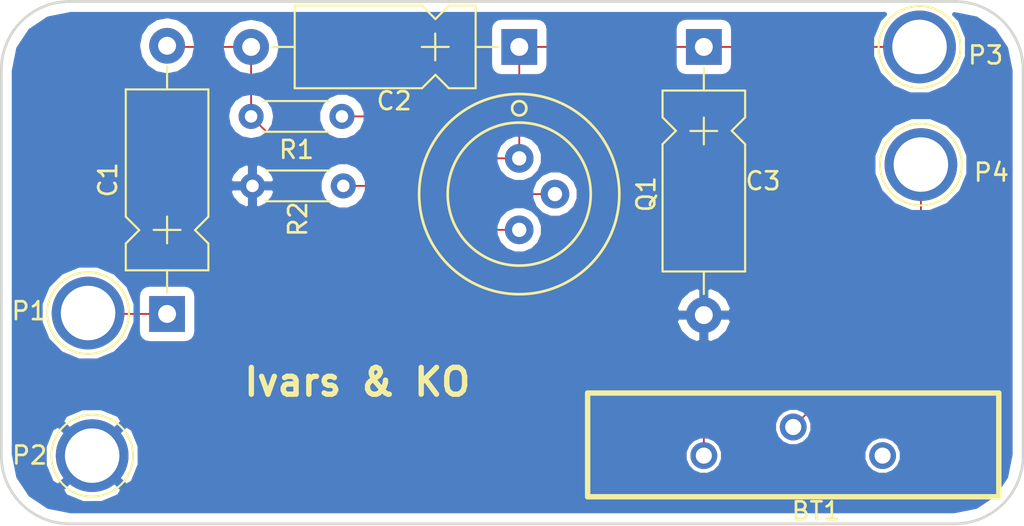
<source format=kicad_pcb>
(kicad_pcb (version 4) (host pcbnew 4.0.5)

  (general
    (links 13)
    (no_connects 0)
    (area 190.424999 97.554999 247.725001 128.025)
    (thickness 1.6)
    (drawings 10)
    (tracks 30)
    (zones 0)
    (modules 11)
    (nets 7)
  )

  (page A4)
  (title_block
    (title single_transistor_Amp)
    (date 11.05.2017)
    (rev v.1)
    (company Augstskola)
    (comment 1 Autors)
    (comment 2 "Ivars Trubņikovs")
  )

  (layers
    (0 F.Cu signal)
    (31 B.Cu signal)
    (33 F.Adhes user)
    (35 F.Paste user)
    (37 F.SilkS user)
    (39 F.Mask user)
    (40 Dwgs.User user)
    (41 Cmts.User user)
    (42 Eco1.User user)
    (43 Eco2.User user)
    (44 Edge.Cuts user)
    (45 Margin user)
    (47 F.CrtYd user hide)
    (49 F.Fab user hide)
  )

  (setup
    (last_trace_width 0.1)
    (trace_clearance 0.15)
    (zone_clearance 0.508)
    (zone_45_only no)
    (trace_min 0.01)
    (segment_width 0.2)
    (edge_width 0.15)
    (via_size 1.4)
    (via_drill 0.2)
    (via_min_size 0.2)
    (via_min_drill 0.2)
    (uvia_size 0.3)
    (uvia_drill 0.2)
    (uvias_allowed no)
    (uvia_min_size 0.1)
    (uvia_min_drill 0.1)
    (pcb_text_width 0.3)
    (pcb_text_size 1.5 1.5)
    (mod_edge_width 0.15)
    (mod_text_size 1 1)
    (mod_text_width 0.15)
    (pad_size 1.6 1.6)
    (pad_drill 0.8)
    (pad_to_mask_clearance 0.2)
    (aux_axis_origin 0 0)
    (visible_elements 7FFEEFFF)
    (pcbplotparams
      (layerselection 0x01020_80000001)
      (usegerberextensions false)
      (excludeedgelayer true)
      (linewidth 0.100000)
      (plotframeref false)
      (viasonmask false)
      (mode 1)
      (useauxorigin false)
      (hpglpennumber 1)
      (hpglpenspeed 20)
      (hpglpendiameter 15)
      (hpglpenoverlay 2)
      (psnegative false)
      (psa4output false)
      (plotreference true)
      (plotvalue false)
      (plotinvisibletext false)
      (padsonsilk false)
      (subtractmaskfromsilk false)
      (outputformat 1)
      (mirror false)
      (drillshape 0)
      (scaleselection 1)
      (outputdirectory ""))
  )

  (net 0 "")
  (net 1 "Net-(C1-Pad1)")
  (net 2 "Net-(C1-Pad2)")
  (net 3 "Net-(C2-Pad1)")
  (net 4 "Net-(BT1-Pad2)")
  (net 5 "Net-(BT1-Pad1)")
  (net 6 "Net-(Q1-Pad3)")

  (net_class Default "This is the default net class."
    (clearance 0.15)
    (trace_width 0.1)
    (via_dia 1.4)
    (via_drill 0.2)
    (uvia_dia 0.3)
    (uvia_drill 0.2)
    (add_net "Net-(C1-Pad1)")
    (add_net "Net-(C1-Pad2)")
    (add_net "Net-(C2-Pad1)")
    (add_net "Net-(Q1-Pad3)")
  )

  (net_class Power ""
    (clearance 0.15)
    (trace_width 0.1)
    (via_dia 1.5)
    (via_drill 0.2)
    (uvia_dia 0.3)
    (uvia_drill 0.2)
    (add_net "Net-(BT1-Pad1)")
    (add_net "Net-(BT1-Pad2)")
  )

  (module Capacitors_THT:CP_Axial_L10.0mm_D4.5mm_P15.00mm_Horizontal (layer F.Cu) (tedit 58765D07) (tstamp 591436EA)
    (at 199.771 115.2652 90)
    (descr "CP, Axial series, Axial, Horizontal, pin pitch=15mm, , length*diameter=10*4.5mm^2, Electrolytic Capacitor, , http://www.vishay.com/docs/28325/021asm.pdf")
    (tags "CP Axial series Axial Horizontal pin pitch 15mm  length 10mm diameter 4.5mm Electrolytic Capacitor")
    (path /58D3979A)
    (fp_text reference C1 (at 7.5 -3.31 90) (layer F.SilkS)
      (effects (font (size 1 1) (thickness 0.15)))
    )
    (fp_text value 1uF (at 7.5 3.31 90) (layer F.Fab)
      (effects (font (size 1 1) (thickness 0.15)))
    )
    (fp_line (start 2.5 -2.25) (end 2.5 2.25) (layer F.Fab) (width 0.1))
    (fp_line (start 12.5 -2.25) (end 12.5 2.25) (layer F.Fab) (width 0.1))
    (fp_line (start 2.5 -2.25) (end 3.94 -2.25) (layer F.Fab) (width 0.1))
    (fp_line (start 3.94 -2.25) (end 4.69 -1.5) (layer F.Fab) (width 0.1))
    (fp_line (start 4.69 -1.5) (end 5.44 -2.25) (layer F.Fab) (width 0.1))
    (fp_line (start 5.44 -2.25) (end 12.5 -2.25) (layer F.Fab) (width 0.1))
    (fp_line (start 2.5 2.25) (end 3.94 2.25) (layer F.Fab) (width 0.1))
    (fp_line (start 3.94 2.25) (end 4.69 1.5) (layer F.Fab) (width 0.1))
    (fp_line (start 4.69 1.5) (end 5.44 2.25) (layer F.Fab) (width 0.1))
    (fp_line (start 5.44 2.25) (end 12.5 2.25) (layer F.Fab) (width 0.1))
    (fp_line (start 0 0) (end 2.5 0) (layer F.Fab) (width 0.1))
    (fp_line (start 15 0) (end 12.5 0) (layer F.Fab) (width 0.1))
    (fp_line (start 3.95 0) (end 5.45 0) (layer F.Fab) (width 0.1))
    (fp_line (start 4.7 -0.75) (end 4.7 0.75) (layer F.Fab) (width 0.1))
    (fp_line (start 3.95 0) (end 5.45 0) (layer F.SilkS) (width 0.12))
    (fp_line (start 4.7 -0.75) (end 4.7 0.75) (layer F.SilkS) (width 0.12))
    (fp_line (start 2.44 -2.31) (end 2.44 2.31) (layer F.SilkS) (width 0.12))
    (fp_line (start 12.56 -2.31) (end 12.56 2.31) (layer F.SilkS) (width 0.12))
    (fp_line (start 2.44 -2.31) (end 3.94 -2.31) (layer F.SilkS) (width 0.12))
    (fp_line (start 3.94 -2.31) (end 4.69 -1.56) (layer F.SilkS) (width 0.12))
    (fp_line (start 4.69 -1.56) (end 5.44 -2.31) (layer F.SilkS) (width 0.12))
    (fp_line (start 5.44 -2.31) (end 12.56 -2.31) (layer F.SilkS) (width 0.12))
    (fp_line (start 2.44 2.31) (end 3.94 2.31) (layer F.SilkS) (width 0.12))
    (fp_line (start 3.94 2.31) (end 4.69 1.56) (layer F.SilkS) (width 0.12))
    (fp_line (start 4.69 1.56) (end 5.44 2.31) (layer F.SilkS) (width 0.12))
    (fp_line (start 5.44 2.31) (end 12.56 2.31) (layer F.SilkS) (width 0.12))
    (fp_line (start 1.18 0) (end 2.44 0) (layer F.SilkS) (width 0.12))
    (fp_line (start 13.82 0) (end 12.56 0) (layer F.SilkS) (width 0.12))
    (fp_line (start -1.25 -2.6) (end -1.25 2.6) (layer F.CrtYd) (width 0.05))
    (fp_line (start -1.25 2.6) (end 16.25 2.6) (layer F.CrtYd) (width 0.05))
    (fp_line (start 16.25 2.6) (end 16.25 -2.6) (layer F.CrtYd) (width 0.05))
    (fp_line (start 16.25 -2.6) (end -1.25 -2.6) (layer F.CrtYd) (width 0.05))
    (pad 1 thru_hole rect (at 0 0 90) (size 2 2) (drill 1) (layers *.Cu *.Mask)
      (net 1 "Net-(C1-Pad1)"))
    (pad 2 thru_hole oval (at 15 0 90) (size 2 2) (drill 1) (layers *.Cu *.Mask)
      (net 2 "Net-(C1-Pad2)"))
    (model Capacitors_THT.3dshapes/CP_Axial_L10.0mm_D4.5mm_P15.00mm_Horizontal.wrl
      (at (xyz 0 0 0))
      (scale (xyz 0.393701 0.393701 0.393701))
      (rotate (xyz 0 0 0))
    )
  )

  (module Capacitors_THT:CP_Axial_L10.0mm_D4.5mm_P15.00mm_Horizontal (layer F.Cu) (tedit 58765D07) (tstamp 59143710)
    (at 219.47 100.33 180)
    (descr "CP, Axial series, Axial, Horizontal, pin pitch=15mm, , length*diameter=10*4.5mm^2, Electrolytic Capacitor, , http://www.vishay.com/docs/28325/021asm.pdf")
    (tags "CP Axial series Axial Horizontal pin pitch 15mm  length 10mm diameter 4.5mm Electrolytic Capacitor")
    (path /58D396B4)
    (fp_text reference C2 (at 6.999 -3.0226 180) (layer F.SilkS)
      (effects (font (size 1 1) (thickness 0.15)))
    )
    (fp_text value "4.7 nF" (at 8.65 1.27 180) (layer F.Fab)
      (effects (font (size 1 1) (thickness 0.15)))
    )
    (fp_line (start 2.5 -2.25) (end 2.5 2.25) (layer F.Fab) (width 0.1))
    (fp_line (start 12.5 -2.25) (end 12.5 2.25) (layer F.Fab) (width 0.1))
    (fp_line (start 2.5 -2.25) (end 3.94 -2.25) (layer F.Fab) (width 0.1))
    (fp_line (start 3.94 -2.25) (end 4.69 -1.5) (layer F.Fab) (width 0.1))
    (fp_line (start 4.69 -1.5) (end 5.44 -2.25) (layer F.Fab) (width 0.1))
    (fp_line (start 5.44 -2.25) (end 12.5 -2.25) (layer F.Fab) (width 0.1))
    (fp_line (start 2.5 2.25) (end 3.94 2.25) (layer F.Fab) (width 0.1))
    (fp_line (start 3.94 2.25) (end 4.69 1.5) (layer F.Fab) (width 0.1))
    (fp_line (start 4.69 1.5) (end 5.44 2.25) (layer F.Fab) (width 0.1))
    (fp_line (start 5.44 2.25) (end 12.5 2.25) (layer F.Fab) (width 0.1))
    (fp_line (start 0 0) (end 2.5 0) (layer F.Fab) (width 0.1))
    (fp_line (start 15 0) (end 12.5 0) (layer F.Fab) (width 0.1))
    (fp_line (start 3.95 0) (end 5.45 0) (layer F.Fab) (width 0.1))
    (fp_line (start 4.7 -0.75) (end 4.7 0.75) (layer F.Fab) (width 0.1))
    (fp_line (start 3.95 0) (end 5.45 0) (layer F.SilkS) (width 0.12))
    (fp_line (start 4.7 -0.75) (end 4.7 0.75) (layer F.SilkS) (width 0.12))
    (fp_line (start 2.44 -2.31) (end 2.44 2.31) (layer F.SilkS) (width 0.12))
    (fp_line (start 12.56 -2.31) (end 12.56 2.31) (layer F.SilkS) (width 0.12))
    (fp_line (start 2.44 -2.31) (end 3.94 -2.31) (layer F.SilkS) (width 0.12))
    (fp_line (start 3.94 -2.31) (end 4.69 -1.56) (layer F.SilkS) (width 0.12))
    (fp_line (start 4.69 -1.56) (end 5.44 -2.31) (layer F.SilkS) (width 0.12))
    (fp_line (start 5.44 -2.31) (end 12.56 -2.31) (layer F.SilkS) (width 0.12))
    (fp_line (start 2.44 2.31) (end 3.94 2.31) (layer F.SilkS) (width 0.12))
    (fp_line (start 3.94 2.31) (end 4.69 1.56) (layer F.SilkS) (width 0.12))
    (fp_line (start 4.69 1.56) (end 5.44 2.31) (layer F.SilkS) (width 0.12))
    (fp_line (start 5.44 2.31) (end 12.56 2.31) (layer F.SilkS) (width 0.12))
    (fp_line (start 1.18 0) (end 2.44 0) (layer F.SilkS) (width 0.12))
    (fp_line (start 13.82 0) (end 12.56 0) (layer F.SilkS) (width 0.12))
    (fp_line (start -1.25 -2.6) (end -1.25 2.6) (layer F.CrtYd) (width 0.05))
    (fp_line (start -1.25 2.6) (end 16.25 2.6) (layer F.CrtYd) (width 0.05))
    (fp_line (start 16.25 2.6) (end 16.25 -2.6) (layer F.CrtYd) (width 0.05))
    (fp_line (start 16.25 -2.6) (end -1.25 -2.6) (layer F.CrtYd) (width 0.05))
    (pad 1 thru_hole rect (at 0 0 180) (size 2 2) (drill 1) (layers *.Cu *.Mask)
      (net 3 "Net-(C2-Pad1)"))
    (pad 2 thru_hole oval (at 15 0 180) (size 2 2) (drill 1) (layers *.Cu *.Mask)
      (net 2 "Net-(C1-Pad2)"))
    (model Capacitors_THT.3dshapes/CP_Axial_L10.0mm_D4.5mm_P15.00mm_Horizontal.wrl
      (at (xyz 0 0 0))
      (scale (xyz 0.393701 0.393701 0.393701))
      (rotate (xyz 0 0 0))
    )
  )

  (module Capacitors_THT:CP_Axial_L10.0mm_D4.5mm_P15.00mm_Horizontal (layer F.Cu) (tedit 58765D07) (tstamp 59143736)
    (at 229.7938 100.33 270)
    (descr "CP, Axial series, Axial, Horizontal, pin pitch=15mm, , length*diameter=10*4.5mm^2, Electrolytic Capacitor, , http://www.vishay.com/docs/28325/021asm.pdf")
    (tags "CP Axial series Axial Horizontal pin pitch 15mm  length 10mm diameter 4.5mm Electrolytic Capacitor")
    (path /58D39675)
    (fp_text reference C3 (at 7.5 -3.31 360) (layer F.SilkS)
      (effects (font (size 1 1) (thickness 0.15)))
    )
    (fp_text value 10nF (at 7.5 3.31 270) (layer F.Fab)
      (effects (font (size 1 1) (thickness 0.15)))
    )
    (fp_line (start 2.5 -2.25) (end 2.5 2.25) (layer F.Fab) (width 0.1))
    (fp_line (start 12.5 -2.25) (end 12.5 2.25) (layer F.Fab) (width 0.1))
    (fp_line (start 2.5 -2.25) (end 3.94 -2.25) (layer F.Fab) (width 0.1))
    (fp_line (start 3.94 -2.25) (end 4.69 -1.5) (layer F.Fab) (width 0.1))
    (fp_line (start 4.69 -1.5) (end 5.44 -2.25) (layer F.Fab) (width 0.1))
    (fp_line (start 5.44 -2.25) (end 12.5 -2.25) (layer F.Fab) (width 0.1))
    (fp_line (start 2.5 2.25) (end 3.94 2.25) (layer F.Fab) (width 0.1))
    (fp_line (start 3.94 2.25) (end 4.69 1.5) (layer F.Fab) (width 0.1))
    (fp_line (start 4.69 1.5) (end 5.44 2.25) (layer F.Fab) (width 0.1))
    (fp_line (start 5.44 2.25) (end 12.5 2.25) (layer F.Fab) (width 0.1))
    (fp_line (start 0 0) (end 2.5 0) (layer F.Fab) (width 0.1))
    (fp_line (start 15 0) (end 12.5 0) (layer F.Fab) (width 0.1))
    (fp_line (start 3.95 0) (end 5.45 0) (layer F.Fab) (width 0.1))
    (fp_line (start 4.7 -0.75) (end 4.7 0.75) (layer F.Fab) (width 0.1))
    (fp_line (start 3.95 0) (end 5.45 0) (layer F.SilkS) (width 0.12))
    (fp_line (start 4.7 -0.75) (end 4.7 0.75) (layer F.SilkS) (width 0.12))
    (fp_line (start 2.44 -2.31) (end 2.44 2.31) (layer F.SilkS) (width 0.12))
    (fp_line (start 12.56 -2.31) (end 12.56 2.31) (layer F.SilkS) (width 0.12))
    (fp_line (start 2.44 -2.31) (end 3.94 -2.31) (layer F.SilkS) (width 0.12))
    (fp_line (start 3.94 -2.31) (end 4.69 -1.56) (layer F.SilkS) (width 0.12))
    (fp_line (start 4.69 -1.56) (end 5.44 -2.31) (layer F.SilkS) (width 0.12))
    (fp_line (start 5.44 -2.31) (end 12.56 -2.31) (layer F.SilkS) (width 0.12))
    (fp_line (start 2.44 2.31) (end 3.94 2.31) (layer F.SilkS) (width 0.12))
    (fp_line (start 3.94 2.31) (end 4.69 1.56) (layer F.SilkS) (width 0.12))
    (fp_line (start 4.69 1.56) (end 5.44 2.31) (layer F.SilkS) (width 0.12))
    (fp_line (start 5.44 2.31) (end 12.56 2.31) (layer F.SilkS) (width 0.12))
    (fp_line (start 1.18 0) (end 2.44 0) (layer F.SilkS) (width 0.12))
    (fp_line (start 13.82 0) (end 12.56 0) (layer F.SilkS) (width 0.12))
    (fp_line (start -1.25 -2.6) (end -1.25 2.6) (layer F.CrtYd) (width 0.05))
    (fp_line (start -1.25 2.6) (end 16.25 2.6) (layer F.CrtYd) (width 0.05))
    (fp_line (start 16.25 2.6) (end 16.25 -2.6) (layer F.CrtYd) (width 0.05))
    (fp_line (start 16.25 -2.6) (end -1.25 -2.6) (layer F.CrtYd) (width 0.05))
    (pad 1 thru_hole rect (at 0 0 270) (size 2 2) (drill 1) (layers *.Cu *.Mask)
      (net 3 "Net-(C2-Pad1)"))
    (pad 2 thru_hole oval (at 15 0 270) (size 2 2) (drill 1) (layers *.Cu *.Mask)
      (net 4 "Net-(BT1-Pad2)"))
    (model Capacitors_THT.3dshapes/CP_Axial_L10.0mm_D4.5mm_P15.00mm_Horizontal.wrl
      (at (xyz 0 0 0))
      (scale (xyz 0.393701 0.393701 0.393701))
      (rotate (xyz 0 0 0))
    )
  )

  (module Connectors:1pin (layer F.Cu) (tedit 59143FFB) (tstamp 5914373E)
    (at 195.3514 115.2144)
    (descr "module 1 pin (ou trou mecanique de percage)")
    (tags DEV)
    (path /58D3A177)
    (fp_text reference P1 (at -3.29692 -0.11684) (layer F.SilkS)
      (effects (font (size 1 1) (thickness 0.15)))
    )
    (fp_text value CONN_01X01 (at 8.89 0) (layer F.Fab)
      (effects (font (size 1 1) (thickness 0.15)))
    )
    (fp_circle (center 0 0) (end 2 0.8) (layer F.Fab) (width 0.1))
    (fp_circle (center 0 0) (end 2.6 0) (layer F.CrtYd) (width 0.05))
    (fp_circle (center 0 0) (end 0 -2.286) (layer F.SilkS) (width 0.12))
    (pad 1 thru_hole circle (at 0 0) (size 4.064 4.064) (drill 3.048) (layers *.Cu *.Mask)
      (net 1 "Net-(C1-Pad1)"))
  )

  (module Connectors:1pin (layer F.Cu) (tedit 59143FFF) (tstamp 59143746)
    (at 195.58 123.19)
    (descr "module 1 pin (ou trou mecanique de percage)")
    (tags DEV)
    (path /58D3A252)
    (fp_text reference P2 (at -3.50012 -0.01778) (layer F.SilkS)
      (effects (font (size 1 1) (thickness 0.15)))
    )
    (fp_text value CONN_01X01 (at 0 3) (layer F.Fab)
      (effects (font (size 1 1) (thickness 0.15)))
    )
    (fp_circle (center 0 0) (end 2 0.8) (layer F.Fab) (width 0.1))
    (fp_circle (center 0 0) (end 2.6 0) (layer F.CrtYd) (width 0.05))
    (fp_circle (center 0 0) (end 0 -2.286) (layer F.SilkS) (width 0.12))
    (pad 1 thru_hole circle (at 0 0) (size 4.064 4.064) (drill 3.048) (layers *.Cu *.Mask)
      (net 4 "Net-(BT1-Pad2)"))
  )

  (module Connectors:1pin (layer F.Cu) (tedit 5861332C) (tstamp 5914374E)
    (at 241.8588 100.33)
    (descr "module 1 pin (ou trou mecanique de percage)")
    (tags DEV)
    (path /58D3A08F)
    (fp_text reference P3 (at 3.69824 0.46482) (layer F.SilkS)
      (effects (font (size 1 1) (thickness 0.15)))
    )
    (fp_text value CONN_01X01 (at 0 3) (layer F.Fab)
      (effects (font (size 1 1) (thickness 0.15)))
    )
    (fp_circle (center 0 0) (end 2 0.8) (layer F.Fab) (width 0.1))
    (fp_circle (center 0 0) (end 2.6 0) (layer F.CrtYd) (width 0.05))
    (fp_circle (center 0 0) (end 0 -2.286) (layer F.SilkS) (width 0.12))
    (pad 1 thru_hole circle (at 0 0) (size 4.064 4.064) (drill 3.048) (layers *.Cu *.Mask)
      (net 3 "Net-(C2-Pad1)"))
  )

  (module Connectors:1pin (layer F.Cu) (tedit 5861332C) (tstamp 59143756)
    (at 241.935 106.9086)
    (descr "module 1 pin (ou trou mecanique de percage)")
    (tags DEV)
    (path /58D3A102)
    (fp_text reference P4 (at 3.94462 0.44196) (layer F.SilkS)
      (effects (font (size 1 1) (thickness 0.15)))
    )
    (fp_text value CONN_01X01 (at 0 3) (layer F.Fab)
      (effects (font (size 1 1) (thickness 0.15)))
    )
    (fp_circle (center 0 0) (end 2 0.8) (layer F.Fab) (width 0.1))
    (fp_circle (center 0 0) (end 2.6 0) (layer F.CrtYd) (width 0.05))
    (fp_circle (center 0 0) (end 0 -2.286) (layer F.SilkS) (width 0.12))
    (pad 1 thru_hole circle (at 0 0) (size 4.064 4.064) (drill 3.048) (layers *.Cu *.Mask)
      (net 5 "Net-(BT1-Pad1)"))
  )

  (module Resistors_THT:R_Axial_DIN0204_L3.6mm_D1.6mm_P5.08mm_Horizontal (layer F.Cu) (tedit 5874F706) (tstamp 59143772)
    (at 209.55 104.2162 180)
    (descr "Resistor, Axial_DIN0204 series, Axial, Horizontal, pin pitch=5.08mm, 0.16666666666666666W = 1/6W, length*diameter=3.6*1.6mm^2, http://cdn-reichelt.de/documents/datenblatt/B400/1_4W%23YAG.pdf")
    (tags "Resistor Axial_DIN0204 series Axial Horizontal pin pitch 5.08mm 0.16666666666666666W = 1/6W length 3.6mm diameter 1.6mm")
    (path /58D395AC)
    (fp_text reference R1 (at 2.54 -1.86 180) (layer F.SilkS)
      (effects (font (size 1 1) (thickness 0.15)))
    )
    (fp_text value "820 k" (at 2.54 1.86 180) (layer F.Fab)
      (effects (font (size 1 1) (thickness 0.15)))
    )
    (fp_line (start 0.74 -0.8) (end 0.74 0.8) (layer F.Fab) (width 0.1))
    (fp_line (start 0.74 0.8) (end 4.34 0.8) (layer F.Fab) (width 0.1))
    (fp_line (start 4.34 0.8) (end 4.34 -0.8) (layer F.Fab) (width 0.1))
    (fp_line (start 4.34 -0.8) (end 0.74 -0.8) (layer F.Fab) (width 0.1))
    (fp_line (start 0 0) (end 0.74 0) (layer F.Fab) (width 0.1))
    (fp_line (start 5.08 0) (end 4.34 0) (layer F.Fab) (width 0.1))
    (fp_line (start 0.68 -0.86) (end 4.4 -0.86) (layer F.SilkS) (width 0.12))
    (fp_line (start 0.68 0.86) (end 4.4 0.86) (layer F.SilkS) (width 0.12))
    (fp_line (start -0.95 -1.15) (end -0.95 1.15) (layer F.CrtYd) (width 0.05))
    (fp_line (start -0.95 1.15) (end 6.05 1.15) (layer F.CrtYd) (width 0.05))
    (fp_line (start 6.05 1.15) (end 6.05 -1.15) (layer F.CrtYd) (width 0.05))
    (fp_line (start 6.05 -1.15) (end -0.95 -1.15) (layer F.CrtYd) (width 0.05))
    (pad 1 thru_hole circle (at 0 0 180) (size 1.4 1.4) (drill 0.7) (layers *.Cu *.Mask)
      (net 3 "Net-(C2-Pad1)"))
    (pad 2 thru_hole oval (at 5.08 0 180) (size 1.4 1.4) (drill 0.7) (layers *.Cu *.Mask)
      (net 2 "Net-(C1-Pad2)"))
    (model Resistors_THT.3dshapes/R_Axial_DIN0204_L3.6mm_D1.6mm_P5.08mm_Horizontal.wrl
      (at (xyz 0 0 0))
      (scale (xyz 0.393701 0.393701 0.393701))
      (rotate (xyz 0 0 0))
    )
  )

  (module Resistors_THT:R_Axial_DIN0204_L3.6mm_D1.6mm_P5.08mm_Horizontal (layer F.Cu) (tedit 591446AE) (tstamp 59143784)
    (at 209.6262 108.1024 180)
    (descr "Resistor, Axial_DIN0204 series, Axial, Horizontal, pin pitch=5.08mm, 0.16666666666666666W = 1/6W, length*diameter=3.6*1.6mm^2, http://cdn-reichelt.de/documents/datenblatt/B400/1_4W%23YAG.pdf")
    (tags "Resistor Axial_DIN0204 series Axial Horizontal pin pitch 5.08mm 0.16666666666666666W = 1/6W length 3.6mm diameter 1.6mm")
    (path /58D39607)
    (fp_text reference R2 (at 2.54 -1.86 450) (layer F.SilkS)
      (effects (font (size 1 1) (thickness 0.15)))
    )
    (fp_text value 22ohms (at 2.54 1.86 180) (layer F.Fab)
      (effects (font (size 1 1) (thickness 0.15)))
    )
    (fp_line (start 0.74 -0.8) (end 0.74 0.8) (layer F.Fab) (width 0.1))
    (fp_line (start 0.74 0.8) (end 4.34 0.8) (layer F.Fab) (width 0.1))
    (fp_line (start 4.34 0.8) (end 4.34 -0.8) (layer F.Fab) (width 0.1))
    (fp_line (start 4.34 -0.8) (end 0.74 -0.8) (layer F.Fab) (width 0.1))
    (fp_line (start 0 0) (end 0.74 0) (layer F.Fab) (width 0.1))
    (fp_line (start 5.08 0) (end 4.34 0) (layer F.Fab) (width 0.1))
    (fp_line (start 0.68 -0.86) (end 4.4 -0.86) (layer F.SilkS) (width 0.12))
    (fp_line (start 0.68 0.86) (end 4.4 0.86) (layer F.SilkS) (width 0.12))
    (fp_line (start -0.95 -1.15) (end -0.95 1.15) (layer F.CrtYd) (width 0.05))
    (fp_line (start -0.95 1.15) (end 6.05 1.15) (layer F.CrtYd) (width 0.05))
    (fp_line (start 6.05 1.15) (end 6.05 -1.15) (layer F.CrtYd) (width 0.05))
    (fp_line (start 6.05 -1.15) (end -0.95 -1.15) (layer F.CrtYd) (width 0.05))
    (pad 1 thru_hole circle (at 0 0 180) (size 1.4 1.4) (drill 0.7) (layers *.Cu *.Mask)
      (net 6 "Net-(Q1-Pad3)"))
    (pad 2 thru_hole oval (at 5.08 0 180) (size 1.4 1.4) (drill 0.7) (layers *.Cu *.Mask)
      (net 4 "Net-(BT1-Pad2)"))
    (model Resistors_THT.3dshapes/R_Axial_DIN0204_L3.6mm_D1.6mm_P5.08mm_Horizontal.wrl
      (at (xyz 0 0 0))
      (scale (xyz 0.393701 0.393701 0.393701))
      (rotate (xyz 0 0 0))
    )
  )

  (module bibloteeka_footprint:Nr2_battery_holder_1775485 (layer F.Cu) (tedit 5910C647) (tstamp 59143DFC)
    (at 234.7938 121.59 180)
    (path /58D397FE)
    (fp_text reference BT1 (at -1.2738 -4.6988 180) (layer F.SilkS)
      (effects (font (size 1 1) (thickness 0.15)))
    )
    (fp_text value 3V (at -7.7 -5.41 180) (layer F.Fab)
      (effects (font (size 1 1) (thickness 0.15)))
    )
    (fp_line (start 11.5 -3.9) (end 11.5 1.9) (layer F.SilkS) (width 0.3))
    (fp_line (start -11.5 -3.9) (end -11.5 1.9) (layer F.SilkS) (width 0.3))
    (fp_line (start -11.5 1.9) (end 11.5 1.9) (layer F.SilkS) (width 0.3))
    (fp_line (start -11.5 -3.9) (end 11.5 -3.9) (layer F.SilkS) (width 0.3))
    (pad 1 thru_hole circle (at 0 0 180) (size 1.5 1.5) (drill 0.9) (layers F.Cu F.Mask)
      (net 5 "Net-(BT1-Pad1)"))
    (pad 2 thru_hole circle (at 5 -1.6 180) (size 1.5 1.5) (drill 0.9) (layers F.Cu F.Mask)
      (net 4 "Net-(BT1-Pad2)"))
    (pad 3 thru_hole circle (at -5 -1.6 180) (size 1.5 1.5) (drill 0.9) (layers F.Cu F.Mask))
  )

  (module Transistors_OldSowjetAera:OldSowjetaera_Transistor_Type-II_SmallPads (layer F.Cu) (tedit 591D8BFF) (tstamp 591D822B)
    (at 219.46768 108.56214 270)
    (path /58D39509)
    (fp_text reference Q1 (at 0 -7.1 270) (layer F.SilkS)
      (effects (font (size 1 1) (thickness 0.15)))
    )
    (fp_text value BC547 (at 0.1 7.6 270) (layer F.Fab)
      (effects (font (size 1 1) (thickness 0.15)))
    )
    (fp_circle (center -4.8 0) (end -4.8 0.4) (layer F.SilkS) (width 0.15))
    (fp_circle (center 0 0) (end 4 0) (layer F.SilkS) (width 0.15))
    (fp_circle (center 0 0) (end 5.6 0) (layer F.SilkS) (width 0.15))
    (pad 2 thru_hole circle (at 0 -2 270) (size 1.6 1.6) (drill 0.8) (layers *.Cu *.Mask)
      (net 2 "Net-(C1-Pad2)"))
    (pad 1 thru_hole circle (at -2 0 270) (size 1.6 1.6) (drill 0.8) (layers *.Cu *.Mask)
      (net 3 "Net-(C2-Pad1)"))
    (pad 3 thru_hole circle (at 2 0 270) (size 1.6 1.6) (drill 0.8) (layers *.Cu *.Mask)
      (net 6 "Net-(Q1-Pad3)"))
    (model Transistors_OldSowjetAera.3dshapes/OldSowjetaera_Transistor_Type-II_SmallPads.wrl
      (at (xyz 0 0 0))
      (scale (xyz 0.3937 0.3937 0.3937))
      (rotate (xyz 0 0 0))
    )
  )

  (gr_text "Ivars & KO" (at 210.4136 119.0752) (layer F.SilkS)
    (effects (font (size 1.5 1.5) (thickness 0.3)))
  )
  (gr_text "Ivars & KO" (at 210.9724 118.2116) (layer F.Fab)
    (effects (font (size 1.5 1.5) (thickness 0.3)))
  )
  (gr_arc (start 243.84 123.19) (end 247.65 123.19) (angle 90) (layer Edge.Cuts) (width 0.15))
  (gr_arc (start 243.84 101.6) (end 243.84 97.79) (angle 90) (layer Edge.Cuts) (width 0.15))
  (gr_arc (start 194.31 101.6) (end 190.5 101.6) (angle 90) (layer Edge.Cuts) (width 0.15))
  (gr_arc (start 194.31 123.19) (end 194.31 127) (angle 90) (layer Edge.Cuts) (width 0.15))
  (gr_line (start 190.5 101.6) (end 190.5 123.19) (layer Edge.Cuts) (width 0.15))
  (gr_line (start 243.84 97.79) (end 194.31 97.79) (layer Edge.Cuts) (width 0.15))
  (gr_line (start 247.65 123.19) (end 247.65 101.6) (layer Edge.Cuts) (width 0.15))
  (gr_line (start 194.31 127) (end 243.84 127) (layer Edge.Cuts) (width 0.15))

  (segment (start 199.771 115.2652) (end 195.4022 115.2652) (width 0.1) (layer F.Cu) (net 1))
  (segment (start 195.4022 115.2652) (end 195.3514 115.2144) (width 0.1) (layer F.Cu) (net 1))
  (segment (start 221.4814 108.5596) (end 212.561398 108.5596) (width 0.1) (layer F.Cu) (net 2))
  (segment (start 212.561398 108.5596) (end 209.995998 105.9942) (width 0.1) (layer F.Cu) (net 2))
  (segment (start 209.995998 105.9942) (end 206.248 105.9942) (width 0.1) (layer F.Cu) (net 2))
  (segment (start 206.248 105.9942) (end 204.47 104.2162) (width 0.1) (layer F.Cu) (net 2))
  (segment (start 204.47 100.33) (end 204.47 101.744213) (width 0.1) (layer F.Cu) (net 2))
  (segment (start 204.47 101.744213) (end 204.47 104.2162) (width 0.1) (layer F.Cu) (net 2))
  (segment (start 204.47 100.33) (end 199.8358 100.33) (width 0.1) (layer F.Cu) (net 2))
  (segment (start 199.8358 100.33) (end 199.771 100.2652) (width 0.1) (layer F.Cu) (net 2))
  (segment (start 219.47 100.33) (end 219.47 106.55982) (width 0.1) (layer F.Cu) (net 3))
  (segment (start 219.47 106.55982) (end 219.46768 106.56214) (width 0.1) (layer F.Cu) (net 3))
  (segment (start 211.2772 104.2162) (end 213.6206 106.5596) (width 0.1) (layer F.Cu) (net 3))
  (segment (start 213.6206 106.5596) (end 219.4814 106.5596) (width 0.1) (layer F.Cu) (net 3))
  (segment (start 209.55 104.2162) (end 211.2772 104.2162) (width 0.1) (layer F.Cu) (net 3))
  (segment (start 219.47 100.33) (end 229.7938 100.33) (width 0.1) (layer F.Cu) (net 3))
  (segment (start 241.8588 100.33) (end 238.985119 100.33) (width 0.1) (layer F.Cu) (net 3))
  (segment (start 238.985119 100.33) (end 229.7938 100.33) (width 0.1) (layer F.Cu) (net 3))
  (segment (start 229.7938 123.19) (end 229.7938 122.12934) (width 0.1) (layer F.Cu) (net 4))
  (segment (start 229.7938 122.12934) (end 229.7938 115.33) (width 0.1) (layer F.Cu) (net 4))
  (segment (start 229.7938 115.33) (end 228.379587 115.33) (width 0.1) (layer F.Cu) (net 4))
  (segment (start 228.379587 115.33) (end 227.273387 114.2238) (width 0.1) (layer F.Cu) (net 4))
  (segment (start 227.273387 114.2238) (end 204.5462 114.2238) (width 0.1) (layer F.Cu) (net 4))
  (segment (start 195.58 123.19) (end 204.5462 114.2238) (width 0.1) (layer F.Cu) (net 4))
  (segment (start 204.5462 114.2238) (end 204.5462 108.1024) (width 0.1) (layer F.Cu) (net 4))
  (segment (start 234.7938 121.59) (end 241.935 114.4488) (width 0.1) (layer F.Cu) (net 5))
  (segment (start 241.935 114.4488) (end 241.935 106.9086) (width 0.1) (layer F.Cu) (net 5))
  (segment (start 210.8708 108.1024) (end 213.328 110.5596) (width 0.1) (layer F.Cu) (net 6))
  (segment (start 213.328 110.5596) (end 219.4814 110.5596) (width 0.1) (layer F.Cu) (net 6))
  (segment (start 209.6262 108.1024) (end 210.8708 108.1024) (width 0.1) (layer F.Cu) (net 6))

  (zone (net 4) (net_name "Net-(BT1-Pad2)") (layer B.Cu) (tstamp 0) (hatch edge 0.508)
    (connect_pads (clearance 0.508))
    (min_thickness 0.254)
    (fill yes (arc_segments 16) (thermal_gap 0.508) (thermal_bridge_width 0.508))
    (polygon
      (pts
        (xy 228.04374 126.9873) (xy 193.95694 127.00762) (xy 192.53962 126.58852) (xy 191.62268 125.88748) (xy 191.643 125.8824)
        (xy 191.1731 125.30328) (xy 190.754 124.42952) (xy 190.55588 123.71578) (xy 190.48222 123.07824) (xy 190.50508 101.30536)
        (xy 190.74638 100.18522) (xy 191.47282 98.96856) (xy 192.70472 98.13544) (xy 193.68516 97.85096) (xy 194.47256 97.79)
        (xy 243.85016 97.79508) (xy 244.65026 97.8662) (xy 245.18112 98.02622) (xy 246.33682 98.7044) (xy 247.03532 99.50958)
        (xy 247.5484 100.61194) (xy 247.65254 101.56952) (xy 247.62714 123.444) (xy 247.4722 124.29744) (xy 247.07342 125.17374)
        (xy 246.5451 125.87224) (xy 245.61292 126.5809) (xy 244.75186 126.89586) (xy 243.64696 127.0127)
      )
    )
    (filled_polygon
      (pts
        (xy 239.599145 98.817293) (xy 239.192264 99.797173) (xy 239.191338 100.858172) (xy 239.596509 101.838761) (xy 240.346093 102.589655)
        (xy 241.325973 102.996536) (xy 242.386972 102.997462) (xy 243.367561 102.592291) (xy 244.118455 101.842707) (xy 244.525336 100.862827)
        (xy 244.526262 99.801828) (xy 244.121091 98.821239) (xy 243.80793 98.507531) (xy 245.020995 98.748824) (xy 246.022196 99.417804)
        (xy 246.691175 100.419005) (xy 246.94 101.669931) (xy 246.94 123.120069) (xy 246.691175 124.370995) (xy 246.022196 125.372196)
        (xy 245.020995 126.041176) (xy 243.770069 126.29) (xy 194.379931 126.29) (xy 193.129005 126.041175) (xy 192.127804 125.372196)
        (xy 191.937992 125.088121) (xy 193.861484 125.088121) (xy 194.086154 125.462168) (xy 195.069388 125.86088) (xy 196.130357 125.852975)
        (xy 197.073846 125.462168) (xy 197.298516 125.088121) (xy 195.58 123.369605) (xy 193.861484 125.088121) (xy 191.937992 125.088121)
        (xy 191.458824 124.370995) (xy 191.21 123.120069) (xy 191.21 122.679388) (xy 192.90912 122.679388) (xy 192.917025 123.740357)
        (xy 193.307832 124.683846) (xy 193.681879 124.908516) (xy 195.400395 123.19) (xy 195.759605 123.19) (xy 197.478121 124.908516)
        (xy 197.852168 124.683846) (xy 198.25088 123.700612) (xy 198.248677 123.404873) (xy 228.708612 123.404873) (xy 228.873446 123.8038)
        (xy 229.178395 124.109282) (xy 229.577033 124.274811) (xy 230.008673 124.275188) (xy 230.4076 124.110354) (xy 230.713082 123.805405)
        (xy 230.878611 123.406767) (xy 230.878612 123.404873) (xy 238.708612 123.404873) (xy 238.873446 123.8038) (xy 239.178395 124.109282)
        (xy 239.577033 124.274811) (xy 240.008673 124.275188) (xy 240.4076 124.110354) (xy 240.713082 123.805405) (xy 240.878611 123.406767)
        (xy 240.878988 122.975127) (xy 240.714154 122.5762) (xy 240.409205 122.270718) (xy 240.010567 122.105189) (xy 239.578927 122.104812)
        (xy 239.18 122.269646) (xy 238.874518 122.574595) (xy 238.708989 122.973233) (xy 238.708612 123.404873) (xy 230.878612 123.404873)
        (xy 230.878988 122.975127) (xy 230.714154 122.5762) (xy 230.409205 122.270718) (xy 230.010567 122.105189) (xy 229.578927 122.104812)
        (xy 229.18 122.269646) (xy 228.874518 122.574595) (xy 228.708989 122.973233) (xy 228.708612 123.404873) (xy 198.248677 123.404873)
        (xy 198.242975 122.639643) (xy 197.897202 121.804873) (xy 233.708612 121.804873) (xy 233.873446 122.2038) (xy 234.178395 122.509282)
        (xy 234.577033 122.674811) (xy 235.008673 122.675188) (xy 235.4076 122.510354) (xy 235.713082 122.205405) (xy 235.878611 121.806767)
        (xy 235.878988 121.375127) (xy 235.714154 120.9762) (xy 235.409205 120.670718) (xy 235.010567 120.505189) (xy 234.578927 120.504812)
        (xy 234.18 120.669646) (xy 233.874518 120.974595) (xy 233.708989 121.373233) (xy 233.708612 121.804873) (xy 197.897202 121.804873)
        (xy 197.852168 121.696154) (xy 197.478121 121.471484) (xy 195.759605 123.19) (xy 195.400395 123.19) (xy 193.681879 121.471484)
        (xy 193.307832 121.696154) (xy 192.90912 122.679388) (xy 191.21 122.679388) (xy 191.21 121.291879) (xy 193.861484 121.291879)
        (xy 195.58 123.010395) (xy 197.298516 121.291879) (xy 197.073846 120.917832) (xy 196.090612 120.51912) (xy 195.029643 120.527025)
        (xy 194.086154 120.917832) (xy 193.861484 121.291879) (xy 191.21 121.291879) (xy 191.21 115.742572) (xy 192.683938 115.742572)
        (xy 193.089109 116.723161) (xy 193.838693 117.474055) (xy 194.818573 117.880936) (xy 195.879572 117.881862) (xy 196.860161 117.476691)
        (xy 197.611055 116.727107) (xy 198.017936 115.747227) (xy 198.018862 114.686228) (xy 197.844897 114.2652) (xy 198.12356 114.2652)
        (xy 198.12356 116.2652) (xy 198.167838 116.500517) (xy 198.30691 116.716641) (xy 198.51911 116.861631) (xy 198.771 116.91264)
        (xy 200.771 116.91264) (xy 201.006317 116.868362) (xy 201.222441 116.72929) (xy 201.367431 116.51709) (xy 201.41844 116.2652)
        (xy 201.41844 115.710435) (xy 228.203667 115.710435) (xy 228.470295 116.289994) (xy 228.938415 116.723402) (xy 229.413366 116.920124)
        (xy 229.6668 116.800777) (xy 229.6668 115.457) (xy 229.9208 115.457) (xy 229.9208 116.800777) (xy 230.174234 116.920124)
        (xy 230.649185 116.723402) (xy 231.117305 116.289994) (xy 231.383933 115.710435) (xy 231.265119 115.457) (xy 229.9208 115.457)
        (xy 229.6668 115.457) (xy 228.322481 115.457) (xy 228.203667 115.710435) (xy 201.41844 115.710435) (xy 201.41844 114.949565)
        (xy 228.203667 114.949565) (xy 228.322481 115.203) (xy 229.6668 115.203) (xy 229.6668 113.859223) (xy 229.9208 113.859223)
        (xy 229.9208 115.203) (xy 231.265119 115.203) (xy 231.383933 114.949565) (xy 231.117305 114.370006) (xy 230.649185 113.936598)
        (xy 230.174234 113.739876) (xy 229.9208 113.859223) (xy 229.6668 113.859223) (xy 229.413366 113.739876) (xy 228.938415 113.936598)
        (xy 228.470295 114.370006) (xy 228.203667 114.949565) (xy 201.41844 114.949565) (xy 201.41844 114.2652) (xy 201.374162 114.029883)
        (xy 201.23509 113.813759) (xy 201.02289 113.668769) (xy 200.771 113.61776) (xy 198.771 113.61776) (xy 198.535683 113.662038)
        (xy 198.319559 113.80111) (xy 198.174569 114.01331) (xy 198.12356 114.2652) (xy 197.844897 114.2652) (xy 197.613691 113.705639)
        (xy 196.864107 112.954745) (xy 195.884227 112.547864) (xy 194.823228 112.546938) (xy 193.842639 112.952109) (xy 193.091745 113.701693)
        (xy 192.684864 114.681573) (xy 192.683938 115.742572) (xy 191.21 115.742572) (xy 191.21 110.826523) (xy 218.132449 110.826523)
        (xy 218.335262 111.317369) (xy 218.710476 111.693238) (xy 219.200967 111.896908) (xy 219.732063 111.897371) (xy 220.222909 111.694558)
        (xy 220.598778 111.319344) (xy 220.802448 110.828853) (xy 220.802911 110.297757) (xy 220.600098 109.806911) (xy 220.224884 109.431042)
        (xy 219.734393 109.227372) (xy 219.203297 109.226909) (xy 218.712451 109.429722) (xy 218.336582 109.804936) (xy 218.132912 110.295427)
        (xy 218.132449 110.826523) (xy 191.21 110.826523) (xy 191.21 108.435729) (xy 203.253484 108.435729) (xy 203.396403 108.780796)
        (xy 203.743537 109.169164) (xy 204.212869 109.395127) (xy 204.4192 109.272606) (xy 204.4192 108.2294) (xy 204.6732 108.2294)
        (xy 204.6732 109.272606) (xy 204.879531 109.395127) (xy 205.348863 109.169164) (xy 205.695997 108.780796) (xy 205.838916 108.435729)
        (xy 205.797701 108.366783) (xy 208.290969 108.366783) (xy 208.493782 108.857629) (xy 208.868996 109.233498) (xy 209.359487 109.437168)
        (xy 209.890583 109.437631) (xy 210.381429 109.234818) (xy 210.757298 108.859604) (xy 210.771034 108.826523) (xy 220.132449 108.826523)
        (xy 220.335262 109.317369) (xy 220.710476 109.693238) (xy 221.200967 109.896908) (xy 221.732063 109.897371) (xy 222.222909 109.694558)
        (xy 222.598778 109.319344) (xy 222.802448 108.828853) (xy 222.802911 108.297757) (xy 222.600098 107.806911) (xy 222.230605 107.436772)
        (xy 239.267538 107.436772) (xy 239.672709 108.417361) (xy 240.422293 109.168255) (xy 241.402173 109.575136) (xy 242.463172 109.576062)
        (xy 243.443761 109.170891) (xy 244.194655 108.421307) (xy 244.601536 107.441427) (xy 244.602462 106.380428) (xy 244.197291 105.399839)
        (xy 243.447707 104.648945) (xy 242.467827 104.242064) (xy 241.406828 104.241138) (xy 240.426239 104.646309) (xy 239.675345 105.395893)
        (xy 239.268464 106.375773) (xy 239.267538 107.436772) (xy 222.230605 107.436772) (xy 222.224884 107.431042) (xy 221.734393 107.227372)
        (xy 221.203297 107.226909) (xy 220.712451 107.429722) (xy 220.336582 107.804936) (xy 220.132912 108.295427) (xy 220.132449 108.826523)
        (xy 210.771034 108.826523) (xy 210.960968 108.369113) (xy 210.961431 107.838017) (xy 210.758618 107.347171) (xy 210.383404 106.971302)
        (xy 210.034739 106.826523) (xy 218.132449 106.826523) (xy 218.335262 107.317369) (xy 218.710476 107.693238) (xy 219.200967 107.896908)
        (xy 219.732063 107.897371) (xy 220.222909 107.694558) (xy 220.598778 107.319344) (xy 220.802448 106.828853) (xy 220.802911 106.297757)
        (xy 220.600098 105.806911) (xy 220.224884 105.431042) (xy 219.734393 105.227372) (xy 219.203297 105.226909) (xy 218.712451 105.429722)
        (xy 218.336582 105.804936) (xy 218.132912 106.295427) (xy 218.132449 106.826523) (xy 210.034739 106.826523) (xy 209.892913 106.767632)
        (xy 209.361817 106.767169) (xy 208.870971 106.969982) (xy 208.495102 107.345196) (xy 208.291432 107.835687) (xy 208.290969 108.366783)
        (xy 205.797701 108.366783) (xy 205.715574 108.2294) (xy 204.6732 108.2294) (xy 204.4192 108.2294) (xy 203.376826 108.2294)
        (xy 203.253484 108.435729) (xy 191.21 108.435729) (xy 191.21 107.769071) (xy 203.253484 107.769071) (xy 203.376826 107.9754)
        (xy 204.4192 107.9754) (xy 204.4192 106.932194) (xy 204.6732 106.932194) (xy 204.6732 107.9754) (xy 205.715574 107.9754)
        (xy 205.838916 107.769071) (xy 205.695997 107.424004) (xy 205.348863 107.035636) (xy 204.879531 106.809673) (xy 204.6732 106.932194)
        (xy 204.4192 106.932194) (xy 204.212869 106.809673) (xy 203.743537 107.035636) (xy 203.396403 107.424004) (xy 203.253484 107.769071)
        (xy 191.21 107.769071) (xy 191.21 104.2162) (xy 203.108846 104.2162) (xy 203.210467 104.727082) (xy 203.499858 105.160188)
        (xy 203.932964 105.449579) (xy 204.443846 105.5512) (xy 204.496154 105.5512) (xy 205.007036 105.449579) (xy 205.440142 105.160188)
        (xy 205.729533 104.727082) (xy 205.778564 104.480583) (xy 208.214769 104.480583) (xy 208.417582 104.971429) (xy 208.792796 105.347298)
        (xy 209.283287 105.550968) (xy 209.814383 105.551431) (xy 210.305229 105.348618) (xy 210.681098 104.973404) (xy 210.884768 104.482913)
        (xy 210.885231 103.951817) (xy 210.682418 103.460971) (xy 210.307204 103.085102) (xy 209.816713 102.881432) (xy 209.285617 102.880969)
        (xy 208.794771 103.083782) (xy 208.418902 103.458996) (xy 208.215232 103.949487) (xy 208.214769 104.480583) (xy 205.778564 104.480583)
        (xy 205.831154 104.2162) (xy 205.729533 103.705318) (xy 205.440142 103.272212) (xy 205.007036 102.982821) (xy 204.496154 102.8812)
        (xy 204.443846 102.8812) (xy 203.932964 102.982821) (xy 203.499858 103.272212) (xy 203.210467 103.705318) (xy 203.108846 104.2162)
        (xy 191.21 104.2162) (xy 191.21 101.669931) (xy 191.458824 100.419005) (xy 191.582996 100.233168) (xy 198.136 100.233168)
        (xy 198.136 100.297232) (xy 198.260457 100.922919) (xy 198.61488 101.453352) (xy 199.145313 101.807775) (xy 199.771 101.932232)
        (xy 200.396687 101.807775) (xy 200.92712 101.453352) (xy 201.281543 100.922919) (xy 201.399482 100.33) (xy 202.802968 100.33)
        (xy 202.927425 100.955687) (xy 203.281848 101.48612) (xy 203.812281 101.840543) (xy 204.437968 101.965) (xy 204.502032 101.965)
        (xy 205.127719 101.840543) (xy 205.658152 101.48612) (xy 206.012575 100.955687) (xy 206.137032 100.33) (xy 206.012575 99.704313)
        (xy 205.762468 99.33) (xy 217.82256 99.33) (xy 217.82256 101.33) (xy 217.866838 101.565317) (xy 218.00591 101.781441)
        (xy 218.21811 101.926431) (xy 218.47 101.97744) (xy 220.47 101.97744) (xy 220.705317 101.933162) (xy 220.921441 101.79409)
        (xy 221.066431 101.58189) (xy 221.11744 101.33) (xy 221.11744 99.33) (xy 228.14636 99.33) (xy 228.14636 101.33)
        (xy 228.190638 101.565317) (xy 228.32971 101.781441) (xy 228.54191 101.926431) (xy 228.7938 101.97744) (xy 230.7938 101.97744)
        (xy 231.029117 101.933162) (xy 231.245241 101.79409) (xy 231.390231 101.58189) (xy 231.44124 101.33) (xy 231.44124 99.33)
        (xy 231.396962 99.094683) (xy 231.25789 98.878559) (xy 231.04569 98.733569) (xy 230.7938 98.68256) (xy 228.7938 98.68256)
        (xy 228.558483 98.726838) (xy 228.342359 98.86591) (xy 228.197369 99.07811) (xy 228.14636 99.33) (xy 221.11744 99.33)
        (xy 221.073162 99.094683) (xy 220.93409 98.878559) (xy 220.72189 98.733569) (xy 220.47 98.68256) (xy 218.47 98.68256)
        (xy 218.234683 98.726838) (xy 218.018559 98.86591) (xy 217.873569 99.07811) (xy 217.82256 99.33) (xy 205.762468 99.33)
        (xy 205.658152 99.17388) (xy 205.127719 98.819457) (xy 204.502032 98.695) (xy 204.437968 98.695) (xy 203.812281 98.819457)
        (xy 203.281848 99.17388) (xy 202.927425 99.704313) (xy 202.802968 100.33) (xy 201.399482 100.33) (xy 201.406 100.297232)
        (xy 201.406 100.233168) (xy 201.281543 99.607481) (xy 200.92712 99.077048) (xy 200.396687 98.722625) (xy 199.771 98.598168)
        (xy 199.145313 98.722625) (xy 198.61488 99.077048) (xy 198.260457 99.607481) (xy 198.136 100.233168) (xy 191.582996 100.233168)
        (xy 192.127804 99.417804) (xy 193.129005 98.748825) (xy 194.379931 98.5) (xy 239.916993 98.5)
      )
    )
  )
)

</source>
